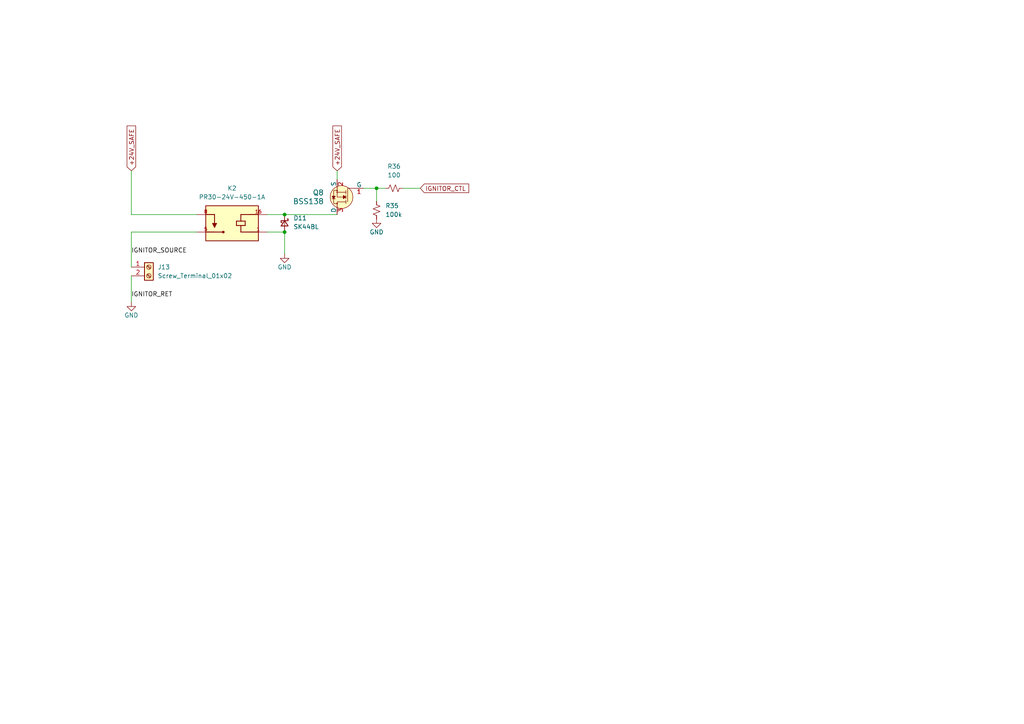
<source format=kicad_sch>
(kicad_sch (version 20250114) (generator "eeschema") (generator_version "9.0")
  (paper "A4")
  (title_block (rev "0.1.0") (company "Queen's Rocket Engineering Team"))
  (lib_symbols
    (symbol "Connector:Screw_Terminal_01x02" (pin_names (offset 1.016) (hide yes))
      (property "Reference" "J" (at 0 2.54 0))
      (property "Value" "Screw_Terminal_01x02" (at 0 -5.08 0))
      (symbol "Screw_Terminal_01x02_1_1"
        (rectangle (start -1.27 1.27) (end 1.27 -3.81) (stroke (width 0.254)) (fill (type background)))
        (polyline (pts (xy -0.5334 0.3302) (xy 0.3302 -0.508)) (stroke (width 0.1524)))
        (polyline (pts (xy -0.5334 -2.2098) (xy 0.3302 -3.048)) (stroke (width 0.1524)))
        (polyline (pts (xy -0.3556 0.508) (xy 0.508 -0.3302)) (stroke (width 0.1524)))
        (polyline (pts (xy -0.3556 -2.032) (xy 0.508 -2.8702)) (stroke (width 0.1524)))
        (circle (center 0 0) (radius 0.635) (stroke (width 0.1524)))
        (circle (center 0 -2.54) (radius 0.635) (stroke (width 0.1524)))
        (pin passive line (at -5.08 0 0) (length 3.81) (name "Pin_1") (number "1"))
        (pin passive line (at -5.08 -2.54 0) (length 3.81) (name "Pin_2") (number "2"))
      )
    )
    (symbol "Device:D_Schottky_Small" (pin_numbers (hide yes)) (pin_names (offset 0.254) (hide yes))
      (property "Reference" "D" (at -1.27 2.032 0))
      (property "Value" "D_Schottky_Small" (at -7.112 -2.032 0))
      (symbol "D_Schottky_Small_0_1"
        (polyline (pts (xy -1.27 0.762) (xy -1.27 1.016) (xy -0.762 1.016) (xy -0.762 -1.016) (xy -0.254 -1.016) (xy -0.254 -0.762)) (stroke (width 0.254)))
        (polyline (pts (xy -0.762 0) (xy 0.762 0)))
        (polyline (pts (xy 0.762 -1.016) (xy -0.762 0) (xy 0.762 1.016) (xy 0.762 -1.016)) (stroke (width 0.254)))
      )
      (symbol "D_Schottky_Small_1_1"
        (pin passive line (at -2.54 0 0) (length 1.778) (name "K") (number "1"))
        (pin passive line (at 2.54 0 180) (length 1.778) (name "A") (number "2"))
      )
    )
    (symbol "Device:R_Small_US" (pin_numbers (hide yes)) (pin_names (offset 0.254) (hide yes))
      (property "Reference" "R" (at 0.762 0.508 0))
      (property "Value" "R_Small_US" (at 0.762 -1.016 0))
      (symbol "R_Small_US_1_1"
        (polyline (pts (xy 0 1.524) (xy 1.016 1.143) (xy 0 0.762) (xy -1.016 0.381) (xy 0 0)))
        (polyline (pts (xy 0 0) (xy 1.016 -0.381) (xy 0 -0.762) (xy -1.016 -1.143) (xy 0 -1.524)))
        (pin passive line (at 0 2.54 270) (length 1.016) (name "~") (number "1"))
        (pin passive line (at 0 -2.54 90) (length 1.016) (name "~") (number "2"))
      )
    )
    (symbol "PR30-24V-450-1A:PR30-24V-450-1A" (pin_names (offset 1.016))
      (property "Reference" "K" (at -7.62 6.35 0))
      (property "Value" "PR30-24V-450-1A" (at -7.62 -7.62 0))
      (symbol "PR30-24V-450-1A_0_0"
        (polyline (pts (xy -7.62 2.54) (xy -2.54 2.54)) (stroke (width 0.254)))
        (polyline (pts (xy -7.62 -2.54) (xy -2.54 -2.54)) (stroke (width 0.254)))
        (rectangle (start -7.62 -5.08) (end 7.62 5.08) (stroke (width 0.254)) (fill (type background)))
        (polyline (pts (xy -3.81 0.635) (xy -2.54 0.635)) (stroke (width 0.254)))
        (polyline (pts (xy -3.81 -0.635) (xy -3.81 0.635)) (stroke (width 0.254)))
        (polyline (pts (xy -2.54 2.54) (xy -2.54 0.635)) (stroke (width 0.254)))
        (polyline (pts (xy -2.54 0.635) (xy -1.27 0.635)) (stroke (width 0.254)))
        (polyline (pts (xy -2.54 -0.635) (xy -3.81 -0.635)) (stroke (width 0.254)))
        (polyline (pts (xy -2.54 -0.635) (xy -2.54 -2.54)) (stroke (width 0.254)))
        (polyline (pts (xy -1.27 0.635) (xy -1.27 -0.635)) (stroke (width 0.254)))
        (polyline (pts (xy -1.27 -0.635) (xy -2.54 -0.635)) (stroke (width 0.254)))
        (circle (center 2.54 2.54) (radius 0.254) (stroke (width 0.254)))
        (polyline (pts (xy 4.445 0) (xy 5.715 0) (xy 5.08 1.27) (xy 4.445 0)) (stroke (width 0.1524)) (fill (type outline)))
        (polyline (pts (xy 5.08 -2.54) (xy 5.08 0)) (stroke (width 0.254)))
        (polyline (pts (xy 7.62 2.54) (xy 2.54 2.54)) (stroke (width 0.254)))
        (polyline (pts (xy 7.62 -2.54) (xy 5.08 -2.54)) (stroke (width 0.254)))
        (pin passive line (at -10.16 2.54 0) (length 5.08) (name "~") (number "1"))
        (pin passive line (at -10.16 -2.54 0) (length 5.08) (name "~") (number "16"))
        (pin passive line (at 10.16 2.54 180) (length 5.08) (name "~") (number "5"))
        (pin passive line (at 10.16 -2.54 180) (length 5.08) (name "~") (number "8"))
      )
    )
    (symbol "dk_Transistors-FETs-MOSFETs-Single:BSS138" (pin_names (offset 0))
      (property "Reference" "Q" (at -2.6924 3.6322 0))
      (property "Value" "BSS138" (at 3.4544 0 90))
      (symbol "BSS138_0_1"
        (polyline (pts (xy -5.08 -2.54) (xy -3.048 -2.54) (xy -3.048 1.397)))
        (circle (center -1.27 0) (radius 3.302) (fill (type background)))
        (polyline (pts (xy -0.127 -1.905) (xy 1.016 -1.905) (xy 1.016 1.397) (xy 1.016 1.905) (xy -0.127 1.905)))
        (polyline (pts (xy 0 2.54) (xy 0 1.397) (xy -2.54 1.397)))
        (circle (center 0 1.905) (radius 0.127))
        (polyline (pts (xy 0 -1.397) (xy -2.54 -1.397)))
        (circle (center 0 -1.397) (radius 0.127))
        (circle (center 0 -1.905) (radius 0.127))
        (polyline (pts (xy 0 -2.54) (xy 0 0) (xy -2.54 0)))
      )
      (symbol "BSS138_1_1"
        (polyline (pts (xy -2.54 1.905) (xy -2.54 0.889)))
        (polyline (pts (xy -2.54 0) (xy -2.54 0.508)))
        (polyline (pts (xy -2.54 0) (xy -2.54 -0.508)))
        (polyline (pts (xy -2.54 0) (xy -1.778 0.508) (xy -1.778 -0.508) (xy -2.54 0)) (fill (type outline)))
        (polyline (pts (xy -2.54 -1.397) (xy -2.54 -0.889)))
        (polyline (pts (xy -2.54 -1.397) (xy -2.54 -1.905)))
        (polyline (pts (xy 1.016 0.508) (xy 0.508 -0.254) (xy 1.524 -0.254) (xy 1.016 0.508)) (fill (type outline)))
        (polyline (pts (xy 1.524 0.508) (xy 0.508 0.508)))
        (pin bidirectional line (at -7.62 -2.54 0) (length 2.54) (name "G") (number "1"))
        (pin bidirectional line (at 0 5.08 270) (length 2.54) (name "D") (number "3"))
        (pin bidirectional line (at 0 -5.08 90) (length 2.54) (name "S") (number "2"))
      )
    )
    (symbol "power:GND" (power) (pin_numbers (hide yes)) (pin_names (offset 0) (hide yes))
      (property "Value" "GND" (at 0 -3.81 0))
      (symbol "GND_0_1"
        (polyline (pts (xy 0 0) (xy 0 -1.27) (xy 1.27 -1.27) (xy 0 -2.54) (xy -1.27 -1.27) (xy 0 -1.27)))
      )
      (symbol "GND_1_1"
        (pin power_in line (at 0 0 270) (length 0) (name "~") (number "1"))
      )
    )
  )
  (junction (at 82.55 62.23))
  (junction (at 82.55 67.31))
  (junction (at 109.22 54.61))
  (wire (pts (xy 57.15 67.31) (xy 38.1 67.31)))
  (wire (pts (xy 77.47 67.31) (xy 82.55 67.31)))
  (wire (pts (xy 109.22 54.61) (xy 111.76 54.61)))
  (wire (pts (xy 97.79 49.53) (xy 97.79 52.07)))
  (wire (pts (xy 82.55 67.31) (xy 82.55 73.66)))
  (wire (pts (xy 38.1 49.53) (xy 38.1 62.23)))
  (wire (pts (xy 77.47 62.23) (xy 82.55 62.23)))
  (wire (pts (xy 116.84 54.61) (xy 121.92 54.61)))
  (wire (pts (xy 38.1 80.01) (xy 38.1 87.63)))
  (wire (pts (xy 105.41 54.61) (xy 109.22 54.61)))
  (wire (pts (xy 38.1 67.31) (xy 38.1 77.47)))
  (wire (pts (xy 109.22 54.61) (xy 109.22 58.42)))
  (wire (pts (xy 82.55 62.23) (xy 97.79 62.23)))
  (wire (pts (xy 38.1 62.23) (xy 57.15 62.23)))
  (label "IGNITOR_SOURCE" (at 38.1 73.66 0))
  (label "IGNITOR_RET" (at 38.1 86.36 0))
  (global_label "+24V_SAFE" (shape input) (at 97.79 49.53 90) (property "Intersheetrefs" "${INTERSHEET_REFS}" (effects (hide yes))))
  (global_label "IGNITOR_CTL" (shape input) (at 121.92 54.61 0) (property "Intersheetrefs" "${INTERSHEET_REFS}" (effects (hide yes))))
  (global_label "+24V_SAFE" (shape input) (at 38.1 49.53 90) (property "Intersheetrefs" "${INTERSHEET_REFS}" (effects (hide yes))))
  (symbol (lib_id "PR30-24V-450-1A:PR30-24V-450-1A") (at 67.31 64.77 180) (unit 1)
    (property "Reference" "K2" (at 67.31 54.61 0))
    (property "Value" "PR30-24V-450-1A" (at 67.31 57.15 0))
    (property "Footprint" "Solenoid Safeguard:RELAY_PR30-24V-450-1A" (effects (hide yes)))
    (property "PARTREV" "1.0" (effects (hide yes)))
    (property "MANUFACTURER" "CUI DEVICES" (effects (hide yes)))
    (property "MAXIMUM_PACKAGE_HEIGHT" "15.554 mm" (effects (hide yes)))
    (property "STANDARD" "Manufacturer Recommendations" (effects (hide yes)))
    (property "Digikey PN" "2223-PR30-24V-450-1A-ND" (effects (hide yes)))
    (property "MPN" "PR30-24V-450-1A" (effects (hide yes)))
  )
  (symbol (lib_id "power:GND") (at 38.1 87.63 0) (unit 1)
    (property "Reference" "#PWR091" (effects (hide yes)))
    (property "Value" "GND" (at 38.1 91.44 0))
    (property "Description" "Power symbol creates a global label with name \"GND\" , ground" (effects (hide yes)))
  )
  (symbol (lib_id "power:GND") (at 82.55 73.66 0) (unit 1)
    (property "Reference" "#PWR089" (effects (hide yes)))
    (property "Value" "GND" (at 82.55 77.47 0))
    (property "Description" "Power symbol creates a global label with name \"GND\" , ground" (effects (hide yes)))
  )
  (symbol (lib_id "dk_Transistors-FETs-MOSFETs-Single:BSS138") (at 97.79 57.15 180) (unit 1)
    (property "Reference" "Q8" (at 93.98 55.8799 0) (effects (font (size 1.524 1.524)) (justify left)))
    (property "Value" "BSS138" (at 93.98 58.4199 0) (effects (font (size 1.524 1.524)) (justify left)))
    (property "Footprint" "Package_TO_SOT_SMD:SOT-23-3" (effects (hide yes)))
    (property "Datasheet" "https://www.onsemi.com/pub/Collateral/BSS138-D.PDF" (effects (hide yes)))
    (property "Description" "MOSFET N-CH 50V 220MA SOT-23" (effects (hide yes)))
    (property "MPN" "BSS138" (effects (hide yes)))
    (property "LCSC" "C8490" (effects (hide yes)))
    (property "Category" "Discrete Semiconductor Products" (effects (hide yes)))
    (property "Family" "Transistors - FETs, MOSFETs - Single" (effects (hide yes)))
    (property "DK_Datasheet_Link" "https://www.onsemi.com/pub/Collateral/BSS138-D.PDF" (effects (hide yes)))
    (property "DK_Detail_Page" "/product-detail/en/on-semiconductor/BSS138/BSS138CT-ND/244294" (effects (hide yes)))
    (property "Description_1" "MOSFET N-CH 50V 220MA SOT-23" (effects (hide yes)))
    (property "Manufacturer" "ON Semiconductor" (effects (hide yes)))
    (property "Status" "Active" (effects (hide yes)))
  )
  (symbol (lib_id "Connector:Screw_Terminal_01x02") (at 43.18 77.47 0) (unit 1)
    (property "Reference" "J13" (at 45.72 77.4699 0) (effects (justify left)))
    (property "Value" "Screw_Terminal_01x02" (at 45.72 80.0099 0) (effects (justify left)))
    (property "Footprint" "TerminalBlock_4Ucon:TerminalBlock_4Ucon_1x02_P3.50mm_Vertical" (effects (hide yes)))
    (property "Description" "Generic screw terminal, single row, 01x02, script generated (kicad-library-utils/schlib/autogen/connector/)" (effects (hide yes)))
    (property "Digikey Link" "https://www.digikey.ca/en/products/detail/on-shore-technology-inc/OSTTE020104/2351816" (effects (hide yes)))
    (property "Digikey PN" "ED2740-ND" (effects (hide yes)))
    (property "MPN" "OSTTE020104" (effects (hide yes)))
  )
  (symbol (lib_id "Device:D_Schottky_Small") (at 82.55 64.77 270) (unit 1)
    (property "Reference" "D11" (at 85.09 63.2459 90) (effects (justify left)))
    (property "Value" "SK44BL" (at 85.09 65.7859 90) (effects (justify left)))
    (property "Footprint" "Diode_SMD:D_SMB" (effects (hide yes)))
    (property "Description" "Schottky diode, small symbol" (effects (hide yes)))
    (property "MPN" "SK44BL-TP" (effects (hide yes)))
    (property "LCSC" "C151740" (effects (hide yes)))
  )
  (symbol (lib_id "Device:R_Small_US") (at 109.22 60.96 0) (unit 1)
    (property "Reference" "R35" (at 111.76 59.6899 0) (effects (justify left)))
    (property "Value" "100k" (at 111.76 62.2299 0) (effects (justify left)))
    (property "Footprint" "Resistor_SMD:R_0402_1005Metric" (effects (hide yes)))
    (property "Description" "Resistor, small US symbol" (effects (hide yes)))
    (property "MPN" "0402WGJ0104TCE" (effects (hide yes)))
    (property "LCSC" "C25530" (effects (hide yes)))
  )
  (symbol (lib_id "power:GND") (at 109.22 63.5 0) (unit 1)
    (property "Reference" "#PWR090" (effects (hide yes)))
    (property "Value" "GND" (at 109.22 67.31 0))
    (property "Description" "Power symbol creates a global label with name \"GND\" , ground" (effects (hide yes)))
  )
  (symbol (lib_id "Device:R_Small_US") (at 114.3 54.61 90) (unit 1)
    (property "Reference" "R36" (at 114.3 48.26 90))
    (property "Value" "100" (at 114.3 50.8 90))
    (property "Footprint" "Resistor_SMD:R_0402_1005Metric" (effects (hide yes)))
    (property "Description" "Resistor, small US symbol" (effects (hide yes)))
    (property "MPN" "0402WGF1000TCE" (effects (hide yes)))
    (property "LCSC" "C25076" (effects (hide yes)))
  )
)
</source>
